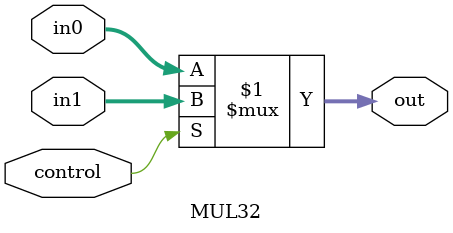
<source format=v>
`timescale 1ns / 1ps


module MUL32
(
 input control,
 input [31:0] in0,
 input [31:0] in1,
 output [31:0] out
);

assign out=control?in1:in0;
endmodule

</source>
